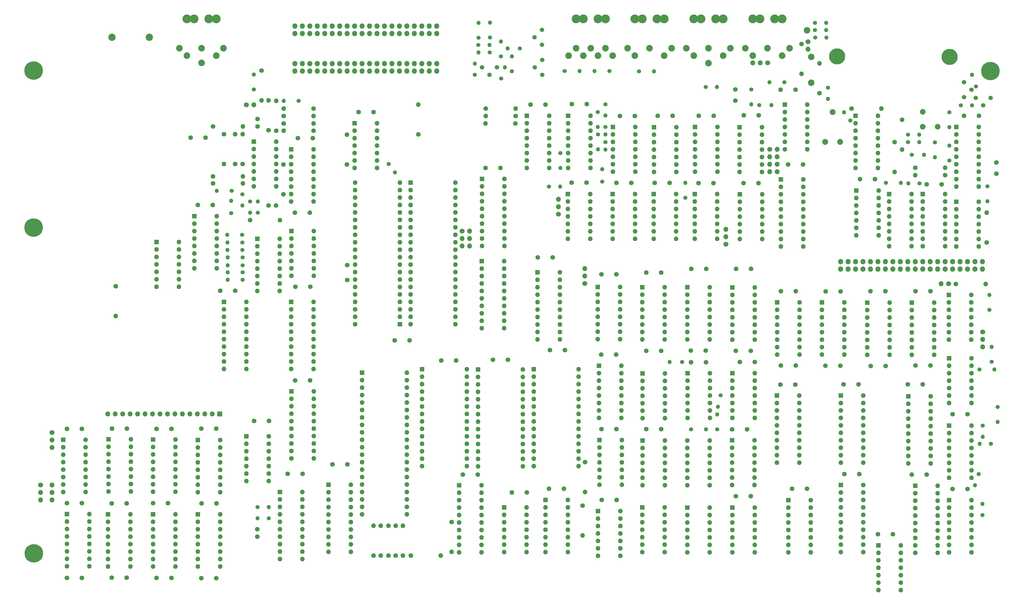
<source format=gbr>
%TF.GenerationSoftware,KiCad,Pcbnew,7.0.7*%
%TF.CreationDate,2023-11-21T20:32:33+00:00*%
%TF.ProjectId,lynx96,6c796e78-3936-42e6-9b69-6361645f7063,rev?*%
%TF.SameCoordinates,Original*%
%TF.FileFunction,Soldermask,Bot*%
%TF.FilePolarity,Negative*%
%FSLAX46Y46*%
G04 Gerber Fmt 4.6, Leading zero omitted, Abs format (unit mm)*
G04 Created by KiCad (PCBNEW 7.0.7) date 2023-11-21 20:32:33*
%MOMM*%
%LPD*%
G01*
G04 APERTURE LIST*
%ADD10R,1.600000X1.600000*%
%ADD11O,1.600000X1.600000*%
%ADD12C,1.400000*%
%ADD13O,1.400000X1.400000*%
%ADD14C,1.600000*%
%ADD15C,1.700000*%
%ADD16O,1.700000X1.700000*%
%ADD17O,1.800000X1.800000*%
%ADD18C,6.300000*%
%ADD19C,1.500000*%
%ADD20O,1.900000X1.900000*%
%ADD21C,1.900000*%
%ADD22R,1.700000X1.700000*%
%ADD23C,2.500000*%
%ADD24C,2.250000*%
%ADD25C,3.000000*%
%ADD26O,2.000000X2.000000*%
%ADD27C,2.200000*%
%ADD28C,5.500000*%
G04 APERTURE END LIST*
D10*
%TO.C,IC35*%
X268550000Y-125890000D03*
D11*
X268550000Y-128430000D03*
X268550000Y-130970000D03*
X268550000Y-133510000D03*
X268550000Y-136050000D03*
X268550000Y-138590000D03*
X268550000Y-141130000D03*
X268550000Y-143670000D03*
X276170000Y-143670000D03*
X276170000Y-141130000D03*
X276170000Y-138590000D03*
X276170000Y-136050000D03*
X276170000Y-133510000D03*
X276170000Y-130970000D03*
X276170000Y-128430000D03*
X276170000Y-125890000D03*
%TD*%
D12*
%TO.C,R10*%
X196230000Y-53450000D03*
D13*
X196230000Y-49640000D03*
%TD*%
D14*
%TO.C,D6*%
X210060000Y-70040000D03*
D11*
X199900000Y-70040000D03*
%TD*%
D10*
%TO.C,IC38*%
X314360000Y-131030000D03*
D11*
X314360000Y-133570000D03*
X314360000Y-136110000D03*
X314360000Y-138650000D03*
X314360000Y-141190000D03*
X314360000Y-143730000D03*
X314360000Y-146270000D03*
X314360000Y-148810000D03*
X321980000Y-148810000D03*
X321980000Y-146270000D03*
X321980000Y-143730000D03*
X321980000Y-141190000D03*
X321980000Y-138650000D03*
X321980000Y-136110000D03*
X321980000Y-133570000D03*
X321980000Y-131030000D03*
%TD*%
D14*
%TO.C,R35*%
X339050000Y-76450000D03*
D11*
X339050000Y-86610000D03*
%TD*%
D14*
%TO.C,R95*%
X107110000Y-71100000D03*
D11*
X117270000Y-71100000D03*
%TD*%
D15*
%TO.C,LS1*%
X118495000Y-63740000D03*
D16*
X121035000Y-63740000D03*
%TD*%
D17*
%TO.C,PL4*%
X320700000Y-119690000D03*
X320700000Y-117150000D03*
X323240000Y-119690000D03*
X323240000Y-117150000D03*
X325780000Y-119690000D03*
X325780000Y-117150000D03*
X328320000Y-119690000D03*
X328320000Y-117150000D03*
X330860000Y-119690000D03*
X330860000Y-117150000D03*
X333400000Y-119690000D03*
X333400000Y-117150000D03*
X335940000Y-119690000D03*
X335940000Y-117150000D03*
X338480000Y-119690000D03*
X338480000Y-117150000D03*
X341020000Y-119690000D03*
X341020000Y-117150000D03*
X343560000Y-119690000D03*
X343560000Y-117150000D03*
X346100000Y-119690000D03*
X346100000Y-117150000D03*
X348640000Y-119690000D03*
X348640000Y-117150000D03*
X351180000Y-119690000D03*
X351180000Y-117150000D03*
X353720000Y-119690000D03*
X353720000Y-117150000D03*
X356260000Y-119690000D03*
X356260000Y-117150000D03*
X358800000Y-119690000D03*
X358800000Y-117150000D03*
X361340000Y-119690000D03*
X361340000Y-117150000D03*
X363880000Y-119690000D03*
X363880000Y-117150000D03*
X366420000Y-119690000D03*
X366420000Y-117150000D03*
X368960000Y-119690000D03*
X368960000Y-117150000D03*
%TD*%
D10*
%TO.C,IC31*%
X198610000Y-116960000D03*
D11*
X198610000Y-119500000D03*
X198610000Y-122040000D03*
X198610000Y-124580000D03*
X198610000Y-127120000D03*
X198610000Y-129660000D03*
X198610000Y-132200000D03*
X198610000Y-134740000D03*
X198610000Y-137280000D03*
X198610000Y-139820000D03*
X206230000Y-139820000D03*
X206230000Y-137280000D03*
X206230000Y-134740000D03*
X206230000Y-132200000D03*
X206230000Y-129660000D03*
X206230000Y-127120000D03*
X206230000Y-124580000D03*
X206230000Y-122040000D03*
X206230000Y-119500000D03*
X206230000Y-116960000D03*
%TD*%
D14*
%TO.C,R16*%
X210070000Y-67520000D03*
D11*
X199910000Y-67520000D03*
%TD*%
D15*
%TO.C,LK10*%
X309590000Y-42215000D03*
D16*
X309590000Y-44755000D03*
%TD*%
D10*
%TO.C,IC20*%
X243110000Y-94138507D03*
D11*
X243110000Y-96678507D03*
X243110000Y-99218507D03*
X243110000Y-101758507D03*
X243110000Y-104298507D03*
X243110000Y-106838507D03*
X243110000Y-109378507D03*
X250730000Y-109378507D03*
X250730000Y-106838507D03*
X250730000Y-104298507D03*
X250730000Y-101758507D03*
X250730000Y-99218507D03*
X250730000Y-96678507D03*
X250730000Y-94138507D03*
%TD*%
D14*
%TO.C,A15*%
X244310000Y-148790000D03*
X239230000Y-148790000D03*
%TD*%
%TO.C,A25*%
X274890000Y-151400000D03*
X269810000Y-151400000D03*
%TD*%
D12*
%TO.C,R30*%
X343630000Y-73860000D03*
D13*
X347440000Y-73860000D03*
%TD*%
D14*
%TO.C,R7*%
X152700000Y-84000000D03*
D11*
X152700000Y-73840000D03*
%TD*%
D12*
%TO.C,R42*%
X117150000Y-94210000D03*
D13*
X117150000Y-98020000D03*
%TD*%
D10*
%TO.C,IC68*%
X129920000Y-195620000D03*
D11*
X129920000Y-198160000D03*
X129920000Y-200700000D03*
X129920000Y-203240000D03*
X129920000Y-205780000D03*
X129920000Y-208320000D03*
X129920000Y-210860000D03*
X129920000Y-213400000D03*
X129920000Y-215940000D03*
X129920000Y-218480000D03*
X137540000Y-218480000D03*
X137540000Y-215940000D03*
X137540000Y-213400000D03*
X137540000Y-210860000D03*
X137540000Y-208320000D03*
X137540000Y-205780000D03*
X137540000Y-203240000D03*
X137540000Y-200700000D03*
X137540000Y-198160000D03*
X137540000Y-195620000D03*
%TD*%
D14*
%TO.C,XTL2*%
X367750000Y-67480000D03*
X362670000Y-67480000D03*
%TD*%
%TO.C,A76*%
X72780000Y-174040000D03*
X77860000Y-174040000D03*
%TD*%
D12*
%TO.C,R18*%
X240670000Y-71210000D03*
D13*
X240670000Y-73750000D03*
%TD*%
D12*
%TO.C,C19*%
X374100000Y-166705000D03*
D13*
X374100000Y-171785000D03*
%TD*%
D10*
%TO.C,IC49*%
X253260000Y-155198507D03*
D11*
X253260000Y-157738507D03*
X253260000Y-160278507D03*
X253260000Y-162818507D03*
X253260000Y-165358507D03*
X253260000Y-167898507D03*
X253260000Y-170438507D03*
X260880000Y-170438507D03*
X260880000Y-167898507D03*
X260880000Y-165358507D03*
X260880000Y-162818507D03*
X260880000Y-160278507D03*
X260880000Y-157738507D03*
X260880000Y-155198507D03*
%TD*%
D18*
%TO.C,H2*%
X46120000Y-105540000D03*
%TD*%
D14*
%TO.C,A36*%
X140270000Y-125690000D03*
X135190000Y-125690000D03*
%TD*%
D10*
%TO.C,IC61*%
X86710000Y-177760000D03*
D11*
X86710000Y-180300000D03*
X86710000Y-182840000D03*
X86710000Y-185380000D03*
X86710000Y-187920000D03*
X86710000Y-190460000D03*
X86710000Y-193000000D03*
X86710000Y-195540000D03*
X94330000Y-195540000D03*
X94330000Y-193000000D03*
X94330000Y-190460000D03*
X94330000Y-187920000D03*
X94330000Y-185380000D03*
X94330000Y-182840000D03*
X94330000Y-180300000D03*
X94330000Y-177760000D03*
%TD*%
D15*
%TO.C,LK1*%
X52330000Y-175350000D03*
D16*
X52330000Y-177890000D03*
X52330000Y-180430000D03*
%TD*%
D10*
%TO.C,IC51*%
X268570000Y-155128507D03*
D11*
X268570000Y-157668507D03*
X268570000Y-160208507D03*
X268570000Y-162748507D03*
X268570000Y-165288507D03*
X268570000Y-167828507D03*
X268570000Y-170368507D03*
X276190000Y-170368507D03*
X276190000Y-167828507D03*
X276190000Y-165288507D03*
X276190000Y-162748507D03*
X276190000Y-160208507D03*
X276190000Y-157668507D03*
X276190000Y-155128507D03*
%TD*%
D10*
%TO.C,IC15*%
X133800000Y-106760000D03*
D11*
X133800000Y-109300000D03*
X133800000Y-111840000D03*
X133800000Y-114380000D03*
X133800000Y-116920000D03*
X133800000Y-119460000D03*
X133800000Y-122000000D03*
X141420000Y-122000000D03*
X141420000Y-119460000D03*
X141420000Y-116920000D03*
X141420000Y-114380000D03*
X141420000Y-111840000D03*
X141420000Y-109300000D03*
X141420000Y-106760000D03*
%TD*%
D14*
%TO.C,R66*%
X166800000Y-217260000D03*
D11*
X166800000Y-207100000D03*
%TD*%
D12*
%TO.C,R41*%
X113350000Y-100625000D03*
D13*
X113350000Y-96425000D03*
%TD*%
D15*
%TO.C,LK11*%
X295875000Y-49440000D03*
D16*
X293335000Y-49440000D03*
X290795000Y-49440000D03*
%TD*%
D15*
%TO.C,LK5*%
X233670000Y-124565000D03*
D16*
X233670000Y-122025000D03*
X233670000Y-119485000D03*
%TD*%
D10*
%TO.C,IC19*%
X227880000Y-94148507D03*
D11*
X227880000Y-96688507D03*
X227880000Y-99228507D03*
X227880000Y-101768507D03*
X227880000Y-104308507D03*
X227880000Y-106848507D03*
X227880000Y-109388507D03*
X235500000Y-109388507D03*
X235500000Y-106848507D03*
X235500000Y-104308507D03*
X235500000Y-101768507D03*
X235500000Y-99228507D03*
X235500000Y-96688507D03*
X235500000Y-94148507D03*
%TD*%
D15*
%TO.C,LK9*%
X369020000Y-141105000D03*
D16*
X369020000Y-143645000D03*
X369020000Y-146185000D03*
%TD*%
D14*
%TO.C,C15*%
X122260000Y-208340000D03*
X122260000Y-210880000D03*
%TD*%
D10*
%TO.C,IC74*%
X253230000Y-200890000D03*
D11*
X253230000Y-203430000D03*
X253230000Y-205970000D03*
X253230000Y-208510000D03*
X253230000Y-211050000D03*
X253230000Y-213590000D03*
X253230000Y-216130000D03*
X260850000Y-216130000D03*
X260850000Y-213590000D03*
X260850000Y-211050000D03*
X260850000Y-208510000D03*
X260850000Y-205970000D03*
X260850000Y-203430000D03*
X260850000Y-200890000D03*
%TD*%
D12*
%TO.C,R11*%
X201350000Y-40805000D03*
D13*
X201350000Y-35725000D03*
%TD*%
D10*
%TO.C,IC23*%
X286400000Y-94188507D03*
D11*
X286400000Y-96728507D03*
X286400000Y-99268507D03*
X286400000Y-101808507D03*
X286400000Y-104348507D03*
X286400000Y-106888507D03*
X286400000Y-109428507D03*
X294020000Y-109428507D03*
X294020000Y-106888507D03*
X294020000Y-104348507D03*
X294020000Y-101808507D03*
X294020000Y-99268507D03*
X294020000Y-96728507D03*
X294020000Y-94188507D03*
%TD*%
D10*
%TO.C,IC52*%
X283810000Y-155128507D03*
D11*
X283810000Y-157668507D03*
X283810000Y-160208507D03*
X283810000Y-162748507D03*
X283810000Y-165288507D03*
X283810000Y-167828507D03*
X283810000Y-170368507D03*
X291430000Y-170368507D03*
X291430000Y-167828507D03*
X291430000Y-165288507D03*
X291430000Y-162748507D03*
X291430000Y-160208507D03*
X291430000Y-157668507D03*
X291430000Y-155128507D03*
%TD*%
D15*
%TO.C,LK8*%
X357445000Y-124690000D03*
D16*
X354905000Y-124690000D03*
%TD*%
D15*
%TO.C,LK4*%
X224670000Y-100935000D03*
D16*
X224670000Y-98395000D03*
X224670000Y-95855000D03*
%TD*%
D10*
%TO.C,IC64*%
X57420000Y-203200000D03*
D11*
X57420000Y-205740000D03*
X57420000Y-208280000D03*
X57420000Y-210820000D03*
X57420000Y-213360000D03*
X57420000Y-215900000D03*
X57420000Y-218440000D03*
X57420000Y-220980000D03*
X65040000Y-220980000D03*
X65040000Y-218440000D03*
X65040000Y-215900000D03*
X65040000Y-213360000D03*
X65040000Y-210820000D03*
X65040000Y-208280000D03*
X65040000Y-205740000D03*
X65040000Y-203200000D03*
%TD*%
D12*
%TO.C,XTL1*%
X252120000Y-52320000D03*
D13*
X257200000Y-52320000D03*
%TD*%
D10*
%TO.C,IC67*%
X101950000Y-203260000D03*
D11*
X101950000Y-205800000D03*
X101950000Y-208340000D03*
X101950000Y-210880000D03*
X101950000Y-213420000D03*
X101950000Y-215960000D03*
X101950000Y-218500000D03*
X101950000Y-221040000D03*
X109570000Y-221040000D03*
X109570000Y-218500000D03*
X109570000Y-215960000D03*
X109570000Y-213420000D03*
X109570000Y-210880000D03*
X109570000Y-208340000D03*
X109570000Y-205800000D03*
X109570000Y-203260000D03*
%TD*%
D14*
%TO.C,A86*%
X62540000Y-224900000D03*
X57460000Y-224900000D03*
%TD*%
D10*
%TO.C,IC66*%
X86740000Y-203230000D03*
D11*
X86740000Y-205770000D03*
X86740000Y-208310000D03*
X86740000Y-210850000D03*
X86740000Y-213390000D03*
X86740000Y-215930000D03*
X86740000Y-218470000D03*
X86740000Y-221010000D03*
X94360000Y-221010000D03*
X94360000Y-218470000D03*
X94360000Y-215930000D03*
X94360000Y-213390000D03*
X94360000Y-210850000D03*
X94360000Y-208310000D03*
X94360000Y-205770000D03*
X94360000Y-203230000D03*
%TD*%
D14*
%TO.C,A31*%
X107080000Y-97810000D03*
X102000000Y-97810000D03*
%TD*%
%TO.C,A91*%
X207450000Y-150550000D03*
X202370000Y-150550000D03*
%TD*%
%TO.C,A94*%
X305340000Y-58550000D03*
X300260000Y-58550000D03*
%TD*%
D12*
%TO.C,C7*%
X238050000Y-66135000D03*
D13*
X238050000Y-71215000D03*
%TD*%
D12*
%TO.C,C23*%
X121030000Y-58485000D03*
D13*
X121030000Y-53405000D03*
%TD*%
D12*
%TO.C,R48*%
X117185000Y-115680000D03*
D13*
X112105000Y-115680000D03*
%TD*%
D10*
%TO.C,IC10*%
X301680000Y-63670000D03*
D11*
X301680000Y-66210000D03*
X301680000Y-68750000D03*
X301680000Y-71290000D03*
X301680000Y-73830000D03*
X301680000Y-76370000D03*
X301680000Y-78910000D03*
X309300000Y-78910000D03*
X309300000Y-76370000D03*
X309300000Y-73830000D03*
X309300000Y-71290000D03*
X309300000Y-68750000D03*
X309300000Y-66210000D03*
X309300000Y-63670000D03*
%TD*%
D14*
%TO.C,A84*%
X152880000Y-186200000D03*
X147800000Y-186200000D03*
%TD*%
D12*
%TO.C,C17*%
X357640000Y-82665000D03*
D13*
X357640000Y-77585000D03*
%TD*%
D10*
%TO.C,IC55*%
X320730000Y-162800000D03*
D11*
X320730000Y-165340000D03*
X320730000Y-167880000D03*
X320730000Y-170420000D03*
X320730000Y-172960000D03*
X320730000Y-175500000D03*
X320730000Y-178040000D03*
X320730000Y-180580000D03*
X320730000Y-183120000D03*
X320730000Y-185660000D03*
X328350000Y-185660000D03*
X328350000Y-183120000D03*
X328350000Y-180580000D03*
X328350000Y-178040000D03*
X328350000Y-175500000D03*
X328350000Y-172960000D03*
X328350000Y-170420000D03*
X328350000Y-167880000D03*
X328350000Y-165340000D03*
X328350000Y-162800000D03*
%TD*%
D14*
%TO.C,A16*%
X244370000Y-174200000D03*
X239290000Y-174200000D03*
%TD*%
%TO.C,A33*%
X307900000Y-84050000D03*
X302820000Y-84050000D03*
%TD*%
%TO.C,R67*%
X169270000Y-217260000D03*
D11*
X169270000Y-207100000D03*
%TD*%
D14*
%TO.C,A4*%
X291480000Y-151310000D03*
X286400000Y-151310000D03*
%TD*%
D12*
%TO.C,R31*%
X343590000Y-76440000D03*
D13*
X347400000Y-76440000D03*
%TD*%
D12*
%TO.C,R72*%
X368950000Y-203510000D03*
D13*
X368950000Y-199700000D03*
%TD*%
D10*
%TO.C,IC65*%
X71430000Y-203260000D03*
D11*
X71430000Y-205800000D03*
X71430000Y-208340000D03*
X71430000Y-210880000D03*
X71430000Y-213420000D03*
X71430000Y-215960000D03*
X71430000Y-218500000D03*
X71430000Y-221040000D03*
X79050000Y-221040000D03*
X79050000Y-218500000D03*
X79050000Y-215960000D03*
X79050000Y-213420000D03*
X79050000Y-210880000D03*
X79050000Y-208340000D03*
X79050000Y-205800000D03*
X79050000Y-203260000D03*
%TD*%
D12*
%TO.C,R19*%
X240630000Y-76410000D03*
D13*
X240630000Y-78950000D03*
%TD*%
D14*
%TO.C,A34*%
X277470000Y-67410000D03*
X272390000Y-67410000D03*
%TD*%
D10*
%TO.C,IC4*%
X213930000Y-67458583D03*
D11*
X213930000Y-69998583D03*
X213930000Y-72538583D03*
X213930000Y-75078583D03*
X213930000Y-77618583D03*
X213930000Y-80158583D03*
X213930000Y-82698583D03*
X213930000Y-85238583D03*
X221550000Y-85238583D03*
X221550000Y-82698583D03*
X221550000Y-80158583D03*
X221550000Y-77618583D03*
X221550000Y-75078583D03*
X221550000Y-72538583D03*
X221550000Y-69998583D03*
X221550000Y-67458583D03*
%TD*%
D14*
%TO.C,C12*%
X373697172Y-87140000D03*
X373697172Y-83330000D03*
%TD*%
D10*
%TO.C,IC76*%
X283850000Y-200938507D03*
D11*
X283850000Y-203478507D03*
X283850000Y-206018507D03*
X283850000Y-208558507D03*
X283850000Y-211098507D03*
X283850000Y-213638507D03*
X283850000Y-216178507D03*
X291470000Y-216178507D03*
X291470000Y-213638507D03*
X291470000Y-211098507D03*
X291470000Y-208558507D03*
X291470000Y-206018507D03*
X291470000Y-203478507D03*
X291470000Y-200938507D03*
%TD*%
D12*
%TO.C,R39*%
X361590000Y-63850000D03*
D13*
X365400000Y-63850000D03*
%TD*%
D14*
%TO.C,R5*%
X131100000Y-84050000D03*
D11*
X131100000Y-94210000D03*
%TD*%
D10*
%TO.C,IC73*%
X238110000Y-202138507D03*
D11*
X238110000Y-204678507D03*
X238110000Y-207218507D03*
X238110000Y-209758507D03*
X238110000Y-212298507D03*
X238110000Y-214838507D03*
X238110000Y-217378507D03*
X245730000Y-217378507D03*
X245730000Y-214838507D03*
X245730000Y-212298507D03*
X245730000Y-209758507D03*
X245730000Y-207218507D03*
X245730000Y-204678507D03*
X245730000Y-202138507D03*
%TD*%
D14*
%TO.C,R32*%
X341620000Y-68770000D03*
D11*
X341620000Y-78930000D03*
%TD*%
D10*
%TO.C,IC32*%
X217580000Y-120760000D03*
D11*
X217580000Y-123300000D03*
X217580000Y-125840000D03*
X217580000Y-128380000D03*
X217580000Y-130920000D03*
X217580000Y-133460000D03*
X217580000Y-136000000D03*
X217580000Y-138540000D03*
X217580000Y-141080000D03*
X217580000Y-143620000D03*
X225200000Y-143620000D03*
X225200000Y-141080000D03*
X225200000Y-138540000D03*
X225200000Y-136000000D03*
X225200000Y-133460000D03*
X225200000Y-130920000D03*
X225200000Y-128380000D03*
X225200000Y-125840000D03*
X225200000Y-123300000D03*
X225200000Y-120760000D03*
%TD*%
D10*
%TO.C,IC9*%
X286290000Y-71310000D03*
D11*
X286290000Y-73850000D03*
X286290000Y-76390000D03*
X286290000Y-78930000D03*
X286290000Y-81470000D03*
X286290000Y-84010000D03*
X286290000Y-86550000D03*
X293910000Y-86550000D03*
X293910000Y-84010000D03*
X293910000Y-81470000D03*
X293910000Y-78930000D03*
X293910000Y-76390000D03*
X293910000Y-73850000D03*
X293910000Y-71310000D03*
%TD*%
D14*
%TO.C,R87*%
X232880000Y-200290000D03*
D11*
X232880000Y-210450000D03*
%TD*%
D14*
%TO.C,A87*%
X93020000Y-224950000D03*
X87940000Y-224950000D03*
%TD*%
D12*
%TO.C,R57*%
X279855000Y-162725000D03*
D13*
X278905000Y-166605000D03*
%TD*%
D12*
%TO.C,R20*%
X274790000Y-57590000D03*
D13*
X278600000Y-57590000D03*
%TD*%
D14*
%TO.C,D2*%
X131170000Y-67520000D03*
D11*
X141330000Y-67520000D03*
%TD*%
D14*
%TO.C,D3*%
X131170000Y-70080000D03*
D11*
X141330000Y-70080000D03*
%TD*%
D14*
%TO.C,A3*%
X363850000Y-169130000D03*
X358770000Y-169130000D03*
%TD*%
D12*
%TO.C,R21*%
X292965000Y-63800000D03*
D13*
X297165000Y-63800000D03*
%TD*%
D12*
%TO.C,R62*%
X371820000Y-179220000D03*
D13*
X368010000Y-179220000D03*
%TD*%
D10*
%TO.C,IC33*%
X238050000Y-125810000D03*
D11*
X238050000Y-128350000D03*
X238050000Y-130890000D03*
X238050000Y-133430000D03*
X238050000Y-135970000D03*
X238050000Y-138510000D03*
X238050000Y-141050000D03*
X238050000Y-143590000D03*
X245670000Y-143590000D03*
X245670000Y-141050000D03*
X245670000Y-138510000D03*
X245670000Y-135970000D03*
X245670000Y-133430000D03*
X245670000Y-130890000D03*
X245670000Y-128350000D03*
X245670000Y-125810000D03*
%TD*%
D14*
%TO.C,R4*%
X128620000Y-72540000D03*
D11*
X128620000Y-62380000D03*
%TD*%
D15*
%TO.C,LK7*%
X296560000Y-78890000D03*
D16*
X299100000Y-78890000D03*
X296560000Y-81430000D03*
X299100000Y-81430000D03*
X296560000Y-83970000D03*
X299100000Y-83970000D03*
X296560000Y-86510000D03*
X299100000Y-86510000D03*
%TD*%
D12*
%TO.C,R52*%
X221420000Y-91560000D03*
D13*
X225230000Y-91560000D03*
%TD*%
D10*
%TO.C,IC8*%
X271150000Y-71268507D03*
D11*
X271150000Y-73808507D03*
X271150000Y-76348507D03*
X271150000Y-78888507D03*
X271150000Y-81428507D03*
X271150000Y-83968507D03*
X271150000Y-86508507D03*
X278770000Y-86508507D03*
X278770000Y-83968507D03*
X278770000Y-81428507D03*
X278770000Y-78888507D03*
X278770000Y-76348507D03*
X278770000Y-73808507D03*
X278770000Y-71268507D03*
%TD*%
D14*
%TO.C,A6*%
X326770000Y-158940000D03*
X321690000Y-158940000D03*
%TD*%
%TO.C,R84*%
X141330000Y-72550000D03*
D11*
X131170000Y-72550000D03*
%TD*%
D10*
%TO.C,IC16*%
X170740000Y-138510000D03*
D11*
X170740000Y-135970000D03*
X170740000Y-133430000D03*
X170740000Y-130890000D03*
X170740000Y-128350000D03*
X170740000Y-125810000D03*
X170740000Y-123270000D03*
X170740000Y-120730000D03*
X170740000Y-118190000D03*
X170740000Y-115650000D03*
X170740000Y-113110000D03*
X170740000Y-110570000D03*
X170740000Y-108030000D03*
X170740000Y-105490000D03*
X170740000Y-102950000D03*
X170740000Y-100410000D03*
X170740000Y-97870000D03*
X170740000Y-95330000D03*
X170740000Y-92790000D03*
X170740000Y-90250000D03*
X155500000Y-90250000D03*
X155500000Y-92790000D03*
X155500000Y-95330000D03*
X155500000Y-97870000D03*
X155500000Y-100410000D03*
X155500000Y-102950000D03*
X155500000Y-105490000D03*
X155500000Y-108030000D03*
X155500000Y-110570000D03*
X155500000Y-113110000D03*
X155500000Y-115650000D03*
X155500000Y-118190000D03*
X155500000Y-120730000D03*
X155500000Y-123270000D03*
X155500000Y-125810000D03*
X155500000Y-128350000D03*
X155500000Y-130890000D03*
X155500000Y-133430000D03*
X155500000Y-135970000D03*
X155500000Y-138510000D03*
%TD*%
D14*
%TO.C,A18*%
X197230000Y-189720000D03*
X192150000Y-189720000D03*
%TD*%
%TO.C,A72*%
X72690000Y-199480000D03*
X77770000Y-199480000D03*
%TD*%
D12*
%TO.C,C16*%
X352770000Y-76535000D03*
D13*
X352770000Y-81615000D03*
%TD*%
D14*
%TO.C,A1*%
X141140000Y-75060000D03*
X136060000Y-75060000D03*
%TD*%
D19*
%TO.C,TR1*%
X203760000Y-50950000D03*
X201220000Y-53490000D03*
X198680000Y-50950000D03*
%TD*%
D10*
%TO.C,IC82*%
X87950000Y-110460000D03*
D11*
X87950000Y-113000000D03*
X87950000Y-115540000D03*
X87950000Y-118080000D03*
X87950000Y-120620000D03*
X87950000Y-123160000D03*
X87950000Y-125700000D03*
X95570000Y-125700000D03*
X95570000Y-123160000D03*
X95570000Y-120620000D03*
X95570000Y-118080000D03*
X95570000Y-115540000D03*
X95570000Y-113000000D03*
X95570000Y-110460000D03*
%TD*%
D12*
%TO.C,R27*%
X316330000Y-57830000D03*
D13*
X316330000Y-61640000D03*
%TD*%
D14*
%TO.C,R93*%
X107190000Y-90460000D03*
D11*
X117350000Y-90460000D03*
%TD*%
D14*
%TO.C,A17*%
X355030000Y-90840000D03*
X349950000Y-90840000D03*
%TD*%
%TO.C,R94*%
X107190000Y-88080000D03*
D11*
X117350000Y-88080000D03*
%TD*%
D10*
%TO.C,IC25*%
X326000000Y-92888507D03*
D11*
X326000000Y-95428507D03*
X326000000Y-97968507D03*
X326000000Y-100508507D03*
X326000000Y-103048507D03*
X326000000Y-105588507D03*
X326000000Y-108128507D03*
X333620000Y-108128507D03*
X333620000Y-105588507D03*
X333620000Y-103048507D03*
X333620000Y-100508507D03*
X333620000Y-97968507D03*
X333620000Y-95428507D03*
X333620000Y-92888507D03*
%TD*%
D12*
%TO.C,R12*%
X205175000Y-54705000D03*
D13*
X206435000Y-50905000D03*
%TD*%
D12*
%TO.C,C24*%
X113535000Y-93050000D03*
D13*
X108455000Y-93050000D03*
%TD*%
D14*
%TO.C,A59*%
X285050000Y-147540000D03*
X290130000Y-147540000D03*
%TD*%
D20*
%TO.C,VC1*%
X353667500Y-71167500D03*
X348587500Y-71167500D03*
D21*
X348587500Y-66087500D03*
%TD*%
D14*
%TO.C,A24*%
X288870000Y-174250000D03*
X283790000Y-174250000D03*
%TD*%
D22*
%TO.C,PL1*%
X109450000Y-169080000D03*
D16*
X106910000Y-169080000D03*
X104370000Y-169080000D03*
X101830000Y-169080000D03*
X99290000Y-169080000D03*
X96750000Y-169080000D03*
X94210000Y-169080000D03*
X91670000Y-169080000D03*
X89130000Y-169080000D03*
X86590000Y-169080000D03*
X84050000Y-169080000D03*
X81510000Y-169080000D03*
X78970000Y-169080000D03*
X76430000Y-169080000D03*
X73890000Y-169080000D03*
X71350000Y-169080000D03*
%TD*%
D10*
%TO.C,IC3*%
X155360000Y-69968507D03*
D11*
X155360000Y-72508507D03*
X155360000Y-75048507D03*
X155360000Y-77588507D03*
X155360000Y-80128507D03*
X155360000Y-82668507D03*
X155360000Y-85208507D03*
X162980000Y-85208507D03*
X162980000Y-82668507D03*
X162980000Y-80128507D03*
X162980000Y-77588507D03*
X162980000Y-75048507D03*
X162980000Y-72508507D03*
X162980000Y-69968507D03*
%TD*%
D10*
%TO.C,IC48*%
X238640000Y-177938507D03*
D11*
X238640000Y-180478507D03*
X238640000Y-183018507D03*
X238640000Y-185558507D03*
X238640000Y-188098507D03*
X238640000Y-190638507D03*
X238640000Y-193178507D03*
X246260000Y-193178507D03*
X246260000Y-190638507D03*
X246260000Y-188098507D03*
X246260000Y-185558507D03*
X246260000Y-183018507D03*
X246260000Y-180478507D03*
X246260000Y-177938507D03*
%TD*%
D14*
%TO.C,A8*%
X348630000Y-158980000D03*
X343550000Y-158980000D03*
%TD*%
D15*
%TO.C,LK3*%
X191930000Y-106730000D03*
D16*
X191930000Y-109270000D03*
X191930000Y-111810000D03*
X194470000Y-106730000D03*
X194470000Y-109270000D03*
X194470000Y-111810000D03*
%TD*%
D14*
%TO.C,A79*%
X330920000Y-152690000D03*
X336000000Y-152690000D03*
%TD*%
%TO.C,A56*%
X239290000Y-121440000D03*
X244370000Y-121440000D03*
%TD*%
%TO.C,A77*%
X87910000Y-174120000D03*
X92990000Y-174120000D03*
%TD*%
D10*
%TO.C,IC62*%
X101980000Y-177960000D03*
D11*
X101980000Y-180500000D03*
X101980000Y-183040000D03*
X101980000Y-185580000D03*
X101980000Y-188120000D03*
X101980000Y-190660000D03*
X101980000Y-193200000D03*
X101980000Y-195740000D03*
X109600000Y-195740000D03*
X109600000Y-193200000D03*
X109600000Y-190660000D03*
X109600000Y-188120000D03*
X109600000Y-185580000D03*
X109600000Y-183040000D03*
X109600000Y-180500000D03*
X109600000Y-177960000D03*
%TD*%
D23*
%TO.C,D8*%
X72755000Y-40650000D03*
X85505000Y-40650000D03*
%TD*%
D12*
%TO.C,R9*%
X197510000Y-40815000D03*
D13*
X197510000Y-35735000D03*
%TD*%
D14*
%TO.C,A83*%
X137590000Y-189450000D03*
X132510000Y-189450000D03*
%TD*%
%TO.C,IC99*%
X268520000Y-178070000D03*
D11*
X268520000Y-180610000D03*
X268520000Y-183150000D03*
X268520000Y-185690000D03*
X268520000Y-188230000D03*
X268520000Y-190770000D03*
X268520000Y-193310000D03*
X276140000Y-193310000D03*
X276140000Y-190770000D03*
X276140000Y-188230000D03*
X276140000Y-185690000D03*
X276140000Y-183150000D03*
X276140000Y-180610000D03*
X276140000Y-178070000D03*
%TD*%
D12*
%TO.C,R25*%
X311970000Y-38190000D03*
D13*
X315780000Y-38190000D03*
%TD*%
D18*
%TO.C,H3*%
X46180000Y-216570000D03*
%TD*%
D12*
%TO.C,D4*%
X197420000Y-43280000D03*
D13*
X201230000Y-43280000D03*
%TD*%
D10*
%TO.C,IC7*%
X257170000Y-71308507D03*
D11*
X257170000Y-73848507D03*
X257170000Y-76388507D03*
X257170000Y-78928507D03*
X257170000Y-81468507D03*
X257170000Y-84008507D03*
X257170000Y-86548507D03*
X264790000Y-86548507D03*
X264790000Y-84008507D03*
X264790000Y-81468507D03*
X264790000Y-78928507D03*
X264790000Y-76388507D03*
X264790000Y-73848507D03*
X264790000Y-71308507D03*
%TD*%
D10*
%TO.C,IC78*%
X320750000Y-193267319D03*
D11*
X320750000Y-195807319D03*
X320750000Y-198347319D03*
X320750000Y-200887319D03*
X320750000Y-203427319D03*
X320750000Y-205967319D03*
X320750000Y-208507319D03*
X320750000Y-211047319D03*
X320750000Y-213587319D03*
X320750000Y-216127319D03*
X328370000Y-216127319D03*
X328370000Y-213587319D03*
X328370000Y-211047319D03*
X328370000Y-208507319D03*
X328370000Y-205967319D03*
X328370000Y-203427319D03*
X328370000Y-200887319D03*
X328370000Y-198347319D03*
X328370000Y-195807319D03*
X328370000Y-193267319D03*
%TD*%
D10*
%TO.C,IC11*%
X325760000Y-67420000D03*
D11*
X325760000Y-69960000D03*
X325760000Y-72500000D03*
X325760000Y-75040000D03*
X325760000Y-77580000D03*
X325760000Y-80120000D03*
X325760000Y-82660000D03*
X325760000Y-85200000D03*
X333380000Y-85200000D03*
X333380000Y-82660000D03*
X333380000Y-80120000D03*
X333380000Y-77580000D03*
X333380000Y-75040000D03*
X333380000Y-72500000D03*
X333380000Y-69960000D03*
X333380000Y-67420000D03*
%TD*%
D14*
%TO.C,R64*%
X161790000Y-217260000D03*
D11*
X161790000Y-207100000D03*
%TD*%
D10*
%TO.C,IC41*%
X357530000Y-128468507D03*
D11*
X357530000Y-131008507D03*
X357530000Y-133548507D03*
X357530000Y-136088507D03*
X357530000Y-138628507D03*
X357530000Y-141168507D03*
X357530000Y-143708507D03*
X365150000Y-143708507D03*
X365150000Y-141168507D03*
X365150000Y-138628507D03*
X365150000Y-136088507D03*
X365150000Y-133548507D03*
X365150000Y-131008507D03*
X365150000Y-128468507D03*
%TD*%
D10*
%TO.C,IC50*%
X253300000Y-178108507D03*
D11*
X253300000Y-180648507D03*
X253300000Y-183188507D03*
X253300000Y-185728507D03*
X253300000Y-188268507D03*
X253300000Y-190808507D03*
X253300000Y-193348507D03*
X260920000Y-193348507D03*
X260920000Y-190808507D03*
X260920000Y-188268507D03*
X260920000Y-185728507D03*
X260920000Y-183188507D03*
X260920000Y-180648507D03*
X260920000Y-178108507D03*
%TD*%
D10*
%TO.C,IC17*%
X174360000Y-90240000D03*
D11*
X174360000Y-92780000D03*
X174360000Y-95320000D03*
X174360000Y-97860000D03*
X174360000Y-100400000D03*
X174360000Y-102940000D03*
X174360000Y-105480000D03*
X174360000Y-108020000D03*
X174360000Y-110560000D03*
X174360000Y-113100000D03*
X174360000Y-115640000D03*
X174360000Y-118180000D03*
X174360000Y-120720000D03*
X174360000Y-123260000D03*
X174360000Y-125800000D03*
X174360000Y-128340000D03*
X174360000Y-130880000D03*
X174360000Y-133420000D03*
X174360000Y-135960000D03*
X174360000Y-138500000D03*
X189600000Y-138500000D03*
X189600000Y-135960000D03*
X189600000Y-133420000D03*
X189600000Y-130880000D03*
X189600000Y-128340000D03*
X189600000Y-125800000D03*
X189600000Y-123260000D03*
X189600000Y-120720000D03*
X189600000Y-118180000D03*
X189600000Y-115640000D03*
X189600000Y-113100000D03*
X189600000Y-110560000D03*
X189600000Y-108020000D03*
X189600000Y-105480000D03*
X189600000Y-102940000D03*
X189600000Y-100400000D03*
X189600000Y-97860000D03*
X189600000Y-95320000D03*
X189600000Y-92780000D03*
X189600000Y-90240000D03*
%TD*%
D14*
%TO.C,R38*%
X356220000Y-87670000D03*
D11*
X346060000Y-87670000D03*
%TD*%
D24*
%TO.C,SKT3*%
X248170000Y-44410000D03*
X255670000Y-44410000D03*
X263170000Y-44410000D03*
X250670000Y-46910000D03*
X260670000Y-46910000D03*
D25*
X250670000Y-34410000D03*
X253170000Y-34410000D03*
X258170000Y-34410000D03*
X260670000Y-34410000D03*
%TD*%
D10*
%TO.C,IC60*%
X71550000Y-177700000D03*
D11*
X71550000Y-180240000D03*
X71550000Y-182780000D03*
X71550000Y-185320000D03*
X71550000Y-187860000D03*
X71550000Y-190400000D03*
X71550000Y-192940000D03*
X71550000Y-195480000D03*
X79170000Y-195480000D03*
X79170000Y-192940000D03*
X79170000Y-190400000D03*
X79170000Y-187860000D03*
X79170000Y-185320000D03*
X79170000Y-182780000D03*
X79170000Y-180240000D03*
X79170000Y-177700000D03*
%TD*%
D14*
%TO.C,A22*%
X244460000Y-198340000D03*
X239380000Y-198340000D03*
%TD*%
D10*
%TO.C,IC42*%
X133780000Y-161350000D03*
D11*
X133780000Y-163890000D03*
X133780000Y-166430000D03*
X133780000Y-168970000D03*
X133780000Y-171510000D03*
X133780000Y-174050000D03*
X133780000Y-176590000D03*
X133780000Y-179130000D03*
X133780000Y-181670000D03*
X133780000Y-184210000D03*
X141400000Y-184210000D03*
X141400000Y-181670000D03*
X141400000Y-179130000D03*
X141400000Y-176590000D03*
X141400000Y-174050000D03*
X141400000Y-171510000D03*
X141400000Y-168970000D03*
X141400000Y-166430000D03*
X141400000Y-163890000D03*
X141400000Y-161350000D03*
%TD*%
D18*
%TO.C,H1*%
X46120000Y-52050000D03*
%TD*%
D10*
%TO.C,IC39*%
X329720000Y-131130000D03*
D11*
X329720000Y-133670000D03*
X329720000Y-136210000D03*
X329720000Y-138750000D03*
X329720000Y-141290000D03*
X329720000Y-143830000D03*
X329720000Y-146370000D03*
X329720000Y-148910000D03*
X337340000Y-148910000D03*
X337340000Y-146370000D03*
X337340000Y-143830000D03*
X337340000Y-141290000D03*
X337340000Y-138750000D03*
X337340000Y-136210000D03*
X337340000Y-133670000D03*
X337340000Y-131130000D03*
%TD*%
D10*
%TO.C,IC69*%
X146440000Y-193170000D03*
D11*
X146440000Y-195710000D03*
X146440000Y-198250000D03*
X146440000Y-200790000D03*
X146440000Y-203330000D03*
X146440000Y-205870000D03*
X146440000Y-208410000D03*
X146440000Y-210950000D03*
X146440000Y-213490000D03*
X146440000Y-216030000D03*
X154060000Y-216030000D03*
X154060000Y-213490000D03*
X154060000Y-210950000D03*
X154060000Y-208410000D03*
X154060000Y-205870000D03*
X154060000Y-203330000D03*
X154060000Y-200790000D03*
X154060000Y-198250000D03*
X154060000Y-195710000D03*
X154060000Y-193170000D03*
%TD*%
D14*
%TO.C,A26*%
X309260000Y-194550000D03*
X304180000Y-194550000D03*
%TD*%
D12*
%TO.C,C18*%
X357640000Y-66225000D03*
D13*
X357640000Y-71305000D03*
%TD*%
D10*
%TO.C,IC72*%
X220240000Y-198318583D03*
D11*
X220240000Y-200858583D03*
X220240000Y-203398583D03*
X220240000Y-205938583D03*
X220240000Y-208478583D03*
X220240000Y-211018583D03*
X220240000Y-213558583D03*
X220240000Y-216098583D03*
X227860000Y-216098583D03*
X227860000Y-213558583D03*
X227860000Y-211018583D03*
X227860000Y-208478583D03*
X227860000Y-205938583D03*
X227860000Y-203398583D03*
X227860000Y-200858583D03*
X227860000Y-198318583D03*
%TD*%
D14*
%TO.C,A37*%
X126190000Y-171420000D03*
X121110000Y-171420000D03*
%TD*%
D10*
%TO.C,IC26*%
X337180000Y-94088583D03*
D11*
X337180000Y-96628583D03*
X337180000Y-99168583D03*
X337180000Y-101708583D03*
X337180000Y-104248583D03*
X337180000Y-106788583D03*
X337180000Y-109328583D03*
X337180000Y-111868583D03*
X344800000Y-111868583D03*
X344800000Y-109328583D03*
X344800000Y-106788583D03*
X344800000Y-104248583D03*
X344800000Y-101708583D03*
X344800000Y-99168583D03*
X344800000Y-96628583D03*
X344800000Y-94088583D03*
%TD*%
D10*
%TO.C,IC54*%
X299040000Y-162800000D03*
D11*
X299040000Y-165340000D03*
X299040000Y-167880000D03*
X299040000Y-170420000D03*
X299040000Y-172960000D03*
X299040000Y-175500000D03*
X299040000Y-178040000D03*
X299040000Y-180580000D03*
X299040000Y-183120000D03*
X299040000Y-185660000D03*
X306660000Y-185660000D03*
X306660000Y-183120000D03*
X306660000Y-180580000D03*
X306660000Y-178040000D03*
X306660000Y-175500000D03*
X306660000Y-172960000D03*
X306660000Y-170420000D03*
X306660000Y-167880000D03*
X306660000Y-165340000D03*
X306660000Y-162800000D03*
%TD*%
D19*
%TO.C,TR5*%
X362652500Y-56040000D03*
X365192500Y-58580000D03*
X362652500Y-61120000D03*
%TD*%
D10*
%TO.C,IC80*%
X346110000Y-193520000D03*
D11*
X346110000Y-196060000D03*
X346110000Y-198600000D03*
X346110000Y-201140000D03*
X346110000Y-203680000D03*
X346110000Y-206220000D03*
X346110000Y-208760000D03*
X346110000Y-211300000D03*
X346110000Y-213840000D03*
X346110000Y-216380000D03*
X353730000Y-216380000D03*
X353730000Y-213840000D03*
X353730000Y-211300000D03*
X353730000Y-208760000D03*
X353730000Y-206220000D03*
X353730000Y-203680000D03*
X353730000Y-201140000D03*
X353730000Y-198600000D03*
X353730000Y-196060000D03*
X353730000Y-193520000D03*
%TD*%
D14*
%TO.C,A21*%
X213910000Y-195820000D03*
X208830000Y-195820000D03*
%TD*%
D10*
%TO.C,IC34*%
X253230000Y-125880000D03*
D11*
X253230000Y-128420000D03*
X253230000Y-130960000D03*
X253230000Y-133500000D03*
X253230000Y-136040000D03*
X253230000Y-138580000D03*
X253230000Y-141120000D03*
X253230000Y-143660000D03*
X260850000Y-143660000D03*
X260850000Y-141120000D03*
X260850000Y-138580000D03*
X260850000Y-136040000D03*
X260850000Y-133500000D03*
X260850000Y-130960000D03*
X260850000Y-128420000D03*
X260850000Y-125880000D03*
%TD*%
D14*
%TO.C,R6*%
X141330000Y-64950000D03*
D11*
X131170000Y-64950000D03*
%TD*%
D12*
%TO.C,D5*%
X201280000Y-45870000D03*
D13*
X197470000Y-45870000D03*
%TD*%
D10*
%TO.C,IC59*%
X56220000Y-177810000D03*
D11*
X56220000Y-180350000D03*
X56220000Y-182890000D03*
X56220000Y-185430000D03*
X56220000Y-187970000D03*
X56220000Y-190510000D03*
X56220000Y-193050000D03*
X56220000Y-195590000D03*
X63840000Y-195590000D03*
X63840000Y-193050000D03*
X63840000Y-190510000D03*
X63840000Y-187970000D03*
X63840000Y-185430000D03*
X63840000Y-182890000D03*
X63840000Y-180350000D03*
X63840000Y-177810000D03*
%TD*%
D10*
%TO.C,IC43*%
X157840000Y-155010000D03*
D11*
X157840000Y-157550000D03*
X157840000Y-160090000D03*
X157840000Y-162630000D03*
X157840000Y-165170000D03*
X157840000Y-167710000D03*
X157840000Y-170250000D03*
X157840000Y-172790000D03*
X157840000Y-175330000D03*
X157840000Y-177870000D03*
X157840000Y-180410000D03*
X157840000Y-182950000D03*
X157840000Y-185490000D03*
X157840000Y-188030000D03*
X157840000Y-190570000D03*
X157840000Y-193110000D03*
X157840000Y-195650000D03*
X157840000Y-198190000D03*
X157840000Y-200730000D03*
X157840000Y-203270000D03*
X173080000Y-203270000D03*
X173080000Y-200730000D03*
X173080000Y-198190000D03*
X173080000Y-195650000D03*
X173080000Y-193110000D03*
X173080000Y-190570000D03*
X173080000Y-188030000D03*
X173080000Y-185490000D03*
X173080000Y-182950000D03*
X173080000Y-180410000D03*
X173080000Y-177870000D03*
X173080000Y-175330000D03*
X173080000Y-172790000D03*
X173080000Y-170250000D03*
X173080000Y-167710000D03*
X173080000Y-165170000D03*
X173080000Y-162630000D03*
X173080000Y-160090000D03*
X173080000Y-157550000D03*
X173080000Y-155010000D03*
%TD*%
D12*
%TO.C,R50*%
X117185000Y-120780000D03*
D13*
X112105000Y-120780000D03*
%TD*%
D10*
%TO.C,IC27*%
X348650000Y-94130000D03*
D11*
X348650000Y-96670000D03*
X348650000Y-99210000D03*
X348650000Y-101750000D03*
X348650000Y-104290000D03*
X348650000Y-106830000D03*
X348650000Y-109370000D03*
X348650000Y-111910000D03*
X356270000Y-111910000D03*
X356270000Y-109370000D03*
X356270000Y-106830000D03*
X356270000Y-104290000D03*
X356270000Y-101750000D03*
X356270000Y-99210000D03*
X356270000Y-96670000D03*
X356270000Y-94130000D03*
%TD*%
D14*
%TO.C,A78*%
X103210000Y-174070000D03*
X108290000Y-174070000D03*
%TD*%
D10*
%TO.C,IC77*%
X302880000Y-198380000D03*
D11*
X302880000Y-200920000D03*
X302880000Y-203460000D03*
X302880000Y-206000000D03*
X302880000Y-208540000D03*
X302880000Y-211080000D03*
X302880000Y-213620000D03*
X302880000Y-216160000D03*
X310500000Y-216160000D03*
X310500000Y-213620000D03*
X310500000Y-211080000D03*
X310500000Y-208540000D03*
X310500000Y-206000000D03*
X310500000Y-203460000D03*
X310500000Y-200920000D03*
X310500000Y-198380000D03*
%TD*%
D14*
%TO.C,R91*%
X188310000Y-205850000D03*
D11*
X188310000Y-216010000D03*
%TD*%
D12*
%TO.C,R14*%
X211575000Y-44520000D03*
D13*
X207375000Y-44520000D03*
%TD*%
D14*
%TO.C,R37*%
X346060000Y-85170000D03*
D11*
X356220000Y-85170000D03*
%TD*%
D14*
%TO.C,R88*%
X174480000Y-217260000D03*
D11*
X184640000Y-217260000D03*
%TD*%
D14*
%TO.C,A35*%
X114650000Y-127070000D03*
X109570000Y-127070000D03*
%TD*%
D12*
%TO.C,R43*%
X119790000Y-96610000D03*
D13*
X119790000Y-100420000D03*
%TD*%
D12*
%TO.C,D9*%
X290310000Y-58475000D03*
D13*
X290310000Y-63555000D03*
%TD*%
D10*
%TO.C,IC45*%
X197310000Y-153850000D03*
D11*
X197310000Y-156390000D03*
X197310000Y-158930000D03*
X197310000Y-161470000D03*
X197310000Y-164010000D03*
X197310000Y-166550000D03*
X197310000Y-169090000D03*
X197310000Y-171630000D03*
X197310000Y-174170000D03*
X197310000Y-176710000D03*
X197310000Y-179250000D03*
X197310000Y-181790000D03*
X197310000Y-184330000D03*
X197310000Y-186870000D03*
X212550000Y-186870000D03*
X212550000Y-184330000D03*
X212550000Y-181790000D03*
X212550000Y-179250000D03*
X212550000Y-176710000D03*
X212550000Y-174170000D03*
X212550000Y-171630000D03*
X212550000Y-169090000D03*
X212550000Y-166550000D03*
X212550000Y-164010000D03*
X212550000Y-161470000D03*
X212550000Y-158930000D03*
X212550000Y-156390000D03*
X212550000Y-153850000D03*
%TD*%
D14*
%TO.C,A62*%
X315540000Y-152630000D03*
X320620000Y-152630000D03*
%TD*%
D12*
%TO.C,R47*%
X117115000Y-113130000D03*
D13*
X112035000Y-113130000D03*
%TD*%
D12*
%TO.C,C22*%
X267870000Y-95390000D03*
D13*
X267870000Y-90310000D03*
%TD*%
D12*
%TO.C,C4*%
X225320000Y-80155000D03*
D13*
X225320000Y-85235000D03*
%TD*%
D12*
%TO.C,R53*%
X239550000Y-89835000D03*
D13*
X239550000Y-85635000D03*
%TD*%
D12*
%TO.C,R26*%
X312040000Y-40790000D03*
D13*
X315850000Y-40790000D03*
%TD*%
D14*
%TO.C,A88*%
X152770000Y-123400000D03*
X152770000Y-118320000D03*
%TD*%
%TO.C,R15*%
X199910000Y-64980000D03*
D11*
X210070000Y-64980000D03*
%TD*%
D10*
%TO.C,IC1*%
X121060000Y-76270000D03*
D11*
X121060000Y-78810000D03*
X121060000Y-81350000D03*
X121060000Y-83890000D03*
X121060000Y-86430000D03*
X121060000Y-88970000D03*
X121060000Y-91510000D03*
X128680000Y-91510000D03*
X128680000Y-88970000D03*
X128680000Y-86430000D03*
X128680000Y-83890000D03*
X128680000Y-81350000D03*
X128680000Y-78810000D03*
X128680000Y-76270000D03*
%TD*%
D14*
%TO.C,A61*%
X346130000Y-152550000D03*
X351210000Y-152550000D03*
%TD*%
D10*
%TO.C,IC5*%
X227960000Y-67440000D03*
D11*
X227960000Y-69980000D03*
X227960000Y-72520000D03*
X227960000Y-75060000D03*
X227960000Y-77600000D03*
X227960000Y-80140000D03*
X227960000Y-82680000D03*
X227960000Y-85220000D03*
X235580000Y-85220000D03*
X235580000Y-82680000D03*
X235580000Y-80140000D03*
X235580000Y-77600000D03*
X235580000Y-75060000D03*
X235580000Y-72520000D03*
X235580000Y-69980000D03*
X235580000Y-67440000D03*
%TD*%
D12*
%TO.C,R85*%
X166960000Y-83905000D03*
D13*
X169080000Y-86735000D03*
%TD*%
D12*
%TO.C,R13*%
X208810000Y-52245000D03*
D13*
X208810000Y-47165000D03*
%TD*%
D10*
%TO.C,IC57*%
X357550000Y-150090000D03*
D11*
X357550000Y-152630000D03*
X357550000Y-155170000D03*
X357550000Y-157710000D03*
X357550000Y-160250000D03*
X357550000Y-162790000D03*
X357550000Y-165330000D03*
X365170000Y-165330000D03*
X365170000Y-162790000D03*
X365170000Y-160250000D03*
X365170000Y-157710000D03*
X365170000Y-155170000D03*
X365170000Y-152630000D03*
X365170000Y-150090000D03*
%TD*%
D12*
%TO.C,R17*%
X240680000Y-63580000D03*
D13*
X240680000Y-67390000D03*
%TD*%
D14*
%TO.C,A11*%
X363850000Y-194590000D03*
X358770000Y-194590000D03*
%TD*%
%TO.C,A9*%
X349960000Y-189680000D03*
X344880000Y-189680000D03*
%TD*%
%TO.C,A2*%
X161750000Y-66150000D03*
X156670000Y-66150000D03*
%TD*%
D10*
%TO.C,IC36*%
X283820000Y-125930000D03*
D11*
X283820000Y-128470000D03*
X283820000Y-131010000D03*
X283820000Y-133550000D03*
X283820000Y-136090000D03*
X283820000Y-138630000D03*
X283820000Y-141170000D03*
X283820000Y-143710000D03*
X291440000Y-143710000D03*
X291440000Y-141170000D03*
X291440000Y-138630000D03*
X291440000Y-136090000D03*
X291440000Y-133550000D03*
X291440000Y-131010000D03*
X291440000Y-128470000D03*
X291440000Y-125930000D03*
%TD*%
D14*
%TO.C,A12*%
X259610000Y-174210000D03*
X254530000Y-174210000D03*
%TD*%
D12*
%TO.C,R44*%
X122350000Y-100420000D03*
D13*
X122350000Y-96610000D03*
%TD*%
D14*
%TO.C,A75*%
X57480000Y-174090000D03*
X62560000Y-174090000D03*
%TD*%
D10*
%TO.C,IC30*%
X133720000Y-130880000D03*
D11*
X133720000Y-133420000D03*
X133720000Y-135960000D03*
X133720000Y-138500000D03*
X133720000Y-141040000D03*
X133720000Y-143580000D03*
X133720000Y-146120000D03*
X133720000Y-148660000D03*
X133720000Y-151200000D03*
X133720000Y-153740000D03*
X141340000Y-153740000D03*
X141340000Y-151200000D03*
X141340000Y-148660000D03*
X141340000Y-146120000D03*
X141340000Y-143580000D03*
X141340000Y-141040000D03*
X141340000Y-138500000D03*
X141340000Y-135960000D03*
X141340000Y-133420000D03*
X141340000Y-130880000D03*
%TD*%
D19*
%TO.C,TR3*%
X219137500Y-48390000D03*
X216597500Y-50930000D03*
X219137500Y-53470000D03*
%TD*%
D14*
%TO.C,A99*%
X77760000Y-224860000D03*
X72680000Y-224860000D03*
%TD*%
D10*
%TO.C,IC53*%
X283790000Y-178030000D03*
D11*
X283790000Y-180570000D03*
X283790000Y-183110000D03*
X283790000Y-185650000D03*
X283790000Y-188190000D03*
X283790000Y-190730000D03*
X283790000Y-193270000D03*
X291410000Y-193270000D03*
X291410000Y-190730000D03*
X291410000Y-188190000D03*
X291410000Y-185650000D03*
X291410000Y-183110000D03*
X291410000Y-180570000D03*
X291410000Y-178030000D03*
%TD*%
D14*
%TO.C,R65*%
X164240000Y-217260000D03*
D11*
X164240000Y-207100000D03*
%TD*%
D14*
%TO.C,A19*%
X189890000Y-150830000D03*
X184810000Y-150830000D03*
%TD*%
D12*
%TO.C,C11*%
X336060000Y-90310000D03*
D13*
X341140000Y-90310000D03*
%TD*%
D14*
%TO.C,A80*%
X300370000Y-152550000D03*
X305450000Y-152550000D03*
%TD*%
D12*
%TO.C,C13*%
X370620000Y-91485000D03*
D13*
X370620000Y-96565000D03*
%TD*%
D14*
%TO.C,A40*%
X292790000Y-67230000D03*
X287710000Y-67230000D03*
%TD*%
D12*
%TO.C,R58*%
X278690000Y-174265000D03*
D13*
X278690000Y-169185000D03*
%TD*%
D14*
%TO.C,A39*%
X263500000Y-67460000D03*
X258420000Y-67460000D03*
%TD*%
%TO.C,A101*%
X254530000Y-147510000D03*
X259610000Y-147510000D03*
%TD*%
D12*
%TO.C,R49*%
X117205000Y-118370000D03*
D13*
X112125000Y-118370000D03*
%TD*%
D10*
%TO.C,IC40*%
X344910000Y-131080000D03*
D11*
X344910000Y-133620000D03*
X344910000Y-136160000D03*
X344910000Y-138700000D03*
X344910000Y-141240000D03*
X344910000Y-143780000D03*
X344910000Y-146320000D03*
X344910000Y-148860000D03*
X352530000Y-148860000D03*
X352530000Y-146320000D03*
X352530000Y-143780000D03*
X352530000Y-141240000D03*
X352530000Y-138700000D03*
X352530000Y-136160000D03*
X352530000Y-133620000D03*
X352530000Y-131080000D03*
%TD*%
D12*
%TO.C,R55*%
X266745000Y-151370000D03*
D13*
X262545000Y-151370000D03*
%TD*%
D12*
%TO.C,C5*%
X226745000Y-52210000D03*
D13*
X231825000Y-52210000D03*
%TD*%
D26*
%TO.C,VR1*%
X320530000Y-76360000D03*
X315450000Y-76360000D03*
X317980000Y-66160000D03*
%TD*%
D14*
%TO.C,C1*%
X122270000Y-71120000D03*
X122270000Y-68580000D03*
%TD*%
%TO.C,R59*%
X370350000Y-110600000D03*
D11*
X370350000Y-100440000D03*
%TD*%
D10*
%TO.C,IC18*%
X198680000Y-88950000D03*
D11*
X198680000Y-91490000D03*
X198680000Y-94030000D03*
X198680000Y-96570000D03*
X198680000Y-99110000D03*
X198680000Y-101650000D03*
X198680000Y-104190000D03*
X198680000Y-106730000D03*
X198680000Y-109270000D03*
X198680000Y-111810000D03*
X206300000Y-111810000D03*
X206300000Y-109270000D03*
X206300000Y-106730000D03*
X206300000Y-104190000D03*
X206300000Y-101650000D03*
X206300000Y-99110000D03*
X206300000Y-96570000D03*
X206300000Y-94030000D03*
X206300000Y-91490000D03*
X206300000Y-88950000D03*
%TD*%
D14*
%TO.C,R45*%
X119740000Y-103000000D03*
D11*
X129900000Y-103000000D03*
%TD*%
D10*
%TO.C,IC47*%
X238490000Y-152610000D03*
D11*
X238490000Y-155150000D03*
X238490000Y-157690000D03*
X238490000Y-160230000D03*
X238490000Y-162770000D03*
X238490000Y-165310000D03*
X238490000Y-167850000D03*
X238490000Y-170390000D03*
X246110000Y-170390000D03*
X246110000Y-167850000D03*
X246110000Y-165310000D03*
X246110000Y-162770000D03*
X246110000Y-160230000D03*
X246110000Y-157690000D03*
X246110000Y-155150000D03*
X246110000Y-152610000D03*
%TD*%
D12*
%TO.C,C21*%
X372110000Y-151255000D03*
D13*
X372110000Y-146175000D03*
%TD*%
D12*
%TO.C,R60*%
X367905000Y-153870000D03*
D13*
X372985000Y-153870000D03*
%TD*%
D12*
%TO.C,C20*%
X371340000Y-133595000D03*
D13*
X371340000Y-128515000D03*
%TD*%
D14*
%TO.C,A7*%
X327060000Y-189530000D03*
X321980000Y-189530000D03*
%TD*%
%TO.C,R89*%
X74020000Y-125560000D03*
D11*
X74020000Y-135720000D03*
%TD*%
D10*
%TO.C,IC79*%
X333530000Y-213860000D03*
D11*
X333530000Y-216400000D03*
X333530000Y-218940000D03*
X333530000Y-221480000D03*
X333530000Y-224020000D03*
X333530000Y-226560000D03*
X333530000Y-229100000D03*
X341150000Y-229100000D03*
X341150000Y-226560000D03*
X341150000Y-224020000D03*
X341150000Y-221480000D03*
X341150000Y-218940000D03*
X341150000Y-216400000D03*
X341150000Y-213860000D03*
%TD*%
D14*
%TO.C,A38*%
X250700000Y-67500000D03*
X245620000Y-67500000D03*
%TD*%
%TO.C,A60*%
X269740000Y-147490000D03*
X274820000Y-147490000D03*
%TD*%
D12*
%TO.C,R73*%
X117065000Y-108030000D03*
D13*
X111985000Y-108030000D03*
%TD*%
D24*
%TO.C,SKT5*%
X288280000Y-44410000D03*
X290780000Y-46910000D03*
X295780000Y-44410000D03*
X300780000Y-46910000D03*
X303280000Y-44410000D03*
D25*
X290780000Y-34410000D03*
X293280000Y-34410000D03*
X298280000Y-34410000D03*
X300780000Y-34410000D03*
%TD*%
D10*
%TO.C,IC46*%
X216310000Y-153790000D03*
D11*
X216310000Y-156330000D03*
X216310000Y-158870000D03*
X216310000Y-161410000D03*
X216310000Y-163950000D03*
X216310000Y-166490000D03*
X216310000Y-169030000D03*
X216310000Y-171570000D03*
X216310000Y-174110000D03*
X216310000Y-176650000D03*
X216310000Y-179190000D03*
X216310000Y-181730000D03*
X216310000Y-184270000D03*
X216310000Y-186810000D03*
X231550000Y-186810000D03*
X231550000Y-184270000D03*
X231550000Y-181730000D03*
X231550000Y-179190000D03*
X231550000Y-176650000D03*
X231550000Y-174110000D03*
X231550000Y-171570000D03*
X231550000Y-169030000D03*
X231550000Y-166490000D03*
X231550000Y-163950000D03*
X231550000Y-161410000D03*
X231550000Y-158870000D03*
X231550000Y-156330000D03*
X231550000Y-153790000D03*
%TD*%
D12*
%TO.C,R24*%
X311930000Y-35770000D03*
D13*
X315740000Y-35770000D03*
%TD*%
D14*
%TO.C,R2*%
X117240000Y-83890000D03*
D11*
X117240000Y-73730000D03*
%TD*%
D14*
%TO.C,A10*%
X338450000Y-210020000D03*
X333370000Y-210020000D03*
%TD*%
%TO.C,D1*%
X110880000Y-73680000D03*
D11*
X110880000Y-83840000D03*
%TD*%
D12*
%TO.C,R56*%
X269835000Y-174270000D03*
D13*
X274915000Y-174270000D03*
%TD*%
D14*
%TO.C,A65*%
X315630000Y-127280000D03*
X320710000Y-127280000D03*
%TD*%
%TO.C,A27*%
X234280000Y-63490000D03*
X229200000Y-63490000D03*
%TD*%
%TO.C,A32*%
X140110000Y-100440000D03*
X135030000Y-100440000D03*
%TD*%
D12*
%TO.C,L1*%
X344855000Y-80730000D03*
D13*
X349055000Y-80730000D03*
%TD*%
D10*
%TO.C,IC12*%
X360070000Y-71250000D03*
D11*
X360070000Y-73790000D03*
X360070000Y-76330000D03*
X360070000Y-78870000D03*
X360070000Y-81410000D03*
X360070000Y-83950000D03*
X360070000Y-86490000D03*
X360070000Y-89030000D03*
X360070000Y-91570000D03*
X367690000Y-91570000D03*
X367690000Y-89030000D03*
X367690000Y-86490000D03*
X367690000Y-83950000D03*
X367690000Y-81410000D03*
X367690000Y-78870000D03*
X367690000Y-76330000D03*
X367690000Y-73790000D03*
X367690000Y-71250000D03*
%TD*%
D18*
%TO.C,H4*%
X371640000Y-52220000D03*
%TD*%
D14*
%TO.C,R68*%
X171760000Y-217260000D03*
D11*
X171760000Y-207100000D03*
%TD*%
D12*
%TO.C,C10*%
X301565000Y-56030000D03*
D13*
X296485000Y-56030000D03*
%TD*%
D14*
%TO.C,R22*%
X307350000Y-42970000D03*
D11*
X307350000Y-53130000D03*
%TD*%
D14*
%TO.C,A41*%
X277380000Y-90360000D03*
X272300000Y-90360000D03*
%TD*%
%TO.C,A71*%
X57430000Y-199460000D03*
X62510000Y-199460000D03*
%TD*%
%TO.C,R3*%
X126050000Y-72380000D03*
D11*
X126050000Y-62220000D03*
%TD*%
D27*
%TO.C,MOD1*%
X310720000Y-47410000D03*
X310720000Y-56150000D03*
X309270000Y-38350000D03*
D28*
X319530000Y-47200000D03*
X357720000Y-47410000D03*
%TD*%
D14*
%TO.C,A63*%
X285090000Y-119560000D03*
X290170000Y-119560000D03*
%TD*%
D10*
%TO.C,IC28*%
X360020000Y-96768507D03*
D11*
X360020000Y-99308507D03*
X360020000Y-101848507D03*
X360020000Y-104388507D03*
X360020000Y-106928507D03*
X360020000Y-109468507D03*
X360020000Y-112008507D03*
X367640000Y-112008507D03*
X367640000Y-109468507D03*
X367640000Y-106928507D03*
X367640000Y-104388507D03*
X367640000Y-101848507D03*
X367640000Y-99308507D03*
X367640000Y-96768507D03*
%TD*%
D12*
%TO.C,R46*%
X117135000Y-110620000D03*
D13*
X112055000Y-110620000D03*
%TD*%
D14*
%TO.C,A55*%
X269860000Y-119600000D03*
X274940000Y-119600000D03*
%TD*%
%TO.C,A73*%
X86740000Y-199450000D03*
X91820000Y-199450000D03*
%TD*%
D19*
%TO.C,TR2*%
X219117500Y-43250000D03*
X216577500Y-40710000D03*
X219117500Y-38170000D03*
%TD*%
D12*
%TO.C,C6*%
X242035000Y-52210000D03*
D13*
X236955000Y-52210000D03*
%TD*%
D12*
%TO.C,R63*%
X126080000Y-204570000D03*
D13*
X126080000Y-200760000D03*
%TD*%
D12*
%TO.C,R71*%
X367685000Y-189555000D03*
D13*
X366425000Y-193355000D03*
%TD*%
D14*
%TO.C,A81*%
X346130000Y-127210000D03*
X351210000Y-127210000D03*
%TD*%
%TO.C,A89*%
X140140000Y-157600000D03*
X135060000Y-157600000D03*
%TD*%
%TO.C,A57*%
X300380000Y-127240000D03*
X305460000Y-127240000D03*
%TD*%
D10*
%TO.C,IC56*%
X343680000Y-163030000D03*
D11*
X343680000Y-165570000D03*
X343680000Y-168110000D03*
X343680000Y-170650000D03*
X343680000Y-173190000D03*
X343680000Y-175730000D03*
X343680000Y-178270000D03*
X343680000Y-180810000D03*
X343680000Y-183350000D03*
X343680000Y-185890000D03*
X351300000Y-185890000D03*
X351300000Y-183350000D03*
X351300000Y-180810000D03*
X351300000Y-178270000D03*
X351300000Y-175730000D03*
X351300000Y-173190000D03*
X351300000Y-170650000D03*
X351300000Y-168110000D03*
X351300000Y-165570000D03*
X351300000Y-163030000D03*
%TD*%
D10*
%TO.C,IC63*%
X118530000Y-176690000D03*
D11*
X118530000Y-179230000D03*
X118530000Y-181770000D03*
X118530000Y-184310000D03*
X118530000Y-186850000D03*
X118530000Y-189390000D03*
X118530000Y-191930000D03*
X126150000Y-191930000D03*
X126150000Y-189390000D03*
X126150000Y-186850000D03*
X126150000Y-184310000D03*
X126150000Y-181770000D03*
X126150000Y-179230000D03*
X126150000Y-176690000D03*
%TD*%
D14*
%TO.C,R74*%
X324420000Y-65020000D03*
D11*
X334580000Y-65020000D03*
%TD*%
D14*
%TO.C,A74*%
X103230000Y-199500000D03*
X108310000Y-199500000D03*
%TD*%
%TO.C,C14*%
X128560000Y-97980000D03*
X126020000Y-97980000D03*
%TD*%
D10*
%TO.C,IC58*%
X357630000Y-173000000D03*
D11*
X357630000Y-175540000D03*
X357630000Y-178080000D03*
X357630000Y-180620000D03*
X357630000Y-183160000D03*
X357630000Y-185700000D03*
X357630000Y-188240000D03*
X357630000Y-190780000D03*
X365250000Y-190780000D03*
X365250000Y-188240000D03*
X365250000Y-185700000D03*
X365250000Y-183160000D03*
X365250000Y-180620000D03*
X365250000Y-178080000D03*
X365250000Y-175540000D03*
X365250000Y-173000000D03*
%TD*%
D14*
%TO.C,A29*%
X204950000Y-85230000D03*
X199870000Y-85230000D03*
%TD*%
D10*
%TO.C,IC70*%
X190920000Y-193300000D03*
D11*
X190920000Y-195840000D03*
X190920000Y-198380000D03*
X190920000Y-200920000D03*
X190920000Y-203460000D03*
X190920000Y-206000000D03*
X190920000Y-208540000D03*
X190920000Y-211080000D03*
X190920000Y-213620000D03*
X190920000Y-216160000D03*
X198540000Y-216160000D03*
X198540000Y-213620000D03*
X198540000Y-211080000D03*
X198540000Y-208540000D03*
X198540000Y-206000000D03*
X198540000Y-203460000D03*
X198540000Y-200920000D03*
X198540000Y-198380000D03*
X198540000Y-195840000D03*
X198540000Y-193300000D03*
%TD*%
D14*
%TO.C,R8*%
X177040000Y-73790000D03*
D11*
X177040000Y-63630000D03*
%TD*%
D24*
%TO.C,SKT4*%
X268190000Y-44410000D03*
X270690000Y-46910000D03*
X275690000Y-44410000D03*
X280690000Y-46910000D03*
X283190000Y-44410000D03*
D25*
X270690000Y-34410000D03*
X273190000Y-34410000D03*
X278190000Y-34410000D03*
X280690000Y-34410000D03*
%TD*%
D24*
%TO.C,SKT1*%
X95740000Y-44415000D03*
X98240000Y-46915000D03*
X103240000Y-44415000D03*
X108240000Y-46915000D03*
X110740000Y-44415000D03*
X103240000Y-49415000D03*
D25*
X98240000Y-34415000D03*
X100740000Y-34415000D03*
X105740000Y-34415000D03*
X108240000Y-34415000D03*
%TD*%
D14*
%TO.C,A13*%
X222740000Y-115730000D03*
X217660000Y-115730000D03*
%TD*%
D10*
%TO.C,IC13*%
X100770000Y-101658583D03*
D11*
X100770000Y-104198583D03*
X100770000Y-106738583D03*
X100770000Y-109278583D03*
X100770000Y-111818583D03*
X100770000Y-114358583D03*
X100770000Y-116898583D03*
X100770000Y-119438583D03*
X108390000Y-119438583D03*
X108390000Y-116898583D03*
X108390000Y-114358583D03*
X108390000Y-111818583D03*
X108390000Y-109278583D03*
X108390000Y-106738583D03*
X108390000Y-104198583D03*
X108390000Y-101658583D03*
%TD*%
D12*
%TO.C,R51*%
X117205000Y-123350000D03*
D13*
X112125000Y-123350000D03*
%TD*%
D10*
%TO.C,IC37*%
X299110000Y-131050000D03*
D11*
X299110000Y-133590000D03*
X299110000Y-136130000D03*
X299110000Y-138670000D03*
X299110000Y-141210000D03*
X299110000Y-143750000D03*
X299110000Y-146290000D03*
X299110000Y-148830000D03*
X306730000Y-148830000D03*
X306730000Y-146290000D03*
X306730000Y-143750000D03*
X306730000Y-141210000D03*
X306730000Y-138670000D03*
X306730000Y-136130000D03*
X306730000Y-133590000D03*
X306730000Y-131050000D03*
%TD*%
D14*
%TO.C,R23*%
X313480000Y-59720000D03*
D11*
X313480000Y-49560000D03*
%TD*%
D12*
%TO.C,C8*%
X238090000Y-73785000D03*
D13*
X238090000Y-78865000D03*
%TD*%
D12*
%TO.C,D7*%
X122310000Y-200790000D03*
D13*
X122310000Y-204600000D03*
%TD*%
D10*
%TO.C,IC29*%
X110890000Y-130850000D03*
D11*
X110890000Y-133390000D03*
X110890000Y-135930000D03*
X110890000Y-138470000D03*
X110890000Y-141010000D03*
X110890000Y-143550000D03*
X110890000Y-146090000D03*
X110890000Y-148630000D03*
X110890000Y-151170000D03*
X110890000Y-153710000D03*
X118510000Y-153710000D03*
X118510000Y-151170000D03*
X118510000Y-148630000D03*
X118510000Y-146090000D03*
X118510000Y-143550000D03*
X118510000Y-141010000D03*
X118510000Y-138470000D03*
X118510000Y-135930000D03*
X118510000Y-133390000D03*
X118510000Y-130850000D03*
%TD*%
D10*
%TO.C,IC71*%
X206180000Y-200848507D03*
D11*
X206180000Y-203388507D03*
X206180000Y-205928507D03*
X206180000Y-208468507D03*
X206180000Y-211008507D03*
X206180000Y-213548507D03*
X206180000Y-216088507D03*
X213800000Y-216088507D03*
X213800000Y-213548507D03*
X213800000Y-211008507D03*
X213800000Y-208468507D03*
X213800000Y-205928507D03*
X213800000Y-203388507D03*
X213800000Y-200848507D03*
%TD*%
D14*
%TO.C,A28*%
X220240000Y-63630000D03*
X215160000Y-63630000D03*
%TD*%
%TO.C,A100*%
X108290000Y-224970000D03*
X103210000Y-224970000D03*
%TD*%
D17*
%TO.C,PL2*%
X135000000Y-39380000D03*
X135000000Y-36840000D03*
X137540000Y-39380000D03*
X137540000Y-36840000D03*
X140080000Y-39380000D03*
X140080000Y-36840000D03*
X142620000Y-39380000D03*
X142620000Y-36840000D03*
X145160000Y-39380000D03*
X145160000Y-36840000D03*
X147700000Y-39380000D03*
X147700000Y-36840000D03*
X150240000Y-39380000D03*
X150240000Y-36840000D03*
X152780000Y-39380000D03*
X152780000Y-36840000D03*
X155320000Y-39380000D03*
X155320000Y-36840000D03*
X157860000Y-39380000D03*
X157860000Y-36840000D03*
X160400000Y-39380000D03*
X160400000Y-36840000D03*
X162940000Y-39380000D03*
X162940000Y-36840000D03*
X165480000Y-39380000D03*
X165480000Y-36840000D03*
X168020000Y-39380000D03*
X168020000Y-36840000D03*
X170560000Y-39380000D03*
X170560000Y-36840000D03*
X173100000Y-39380000D03*
X173100000Y-36840000D03*
X175640000Y-39380000D03*
X175640000Y-36840000D03*
X178180000Y-39380000D03*
X178180000Y-36840000D03*
X180720000Y-39380000D03*
X180720000Y-36840000D03*
X183260000Y-39380000D03*
X183260000Y-36840000D03*
%TD*%
D14*
%TO.C,A92*%
X332350000Y-89050000D03*
X327270000Y-89050000D03*
%TD*%
%TO.C,C9*%
X284862828Y-58480000D03*
X284862828Y-62290000D03*
%TD*%
D10*
%TO.C,IC21*%
X257110000Y-94108507D03*
D11*
X257110000Y-96648507D03*
X257110000Y-99188507D03*
X257110000Y-101728507D03*
X257110000Y-104268507D03*
X257110000Y-106808507D03*
X257110000Y-109348507D03*
X264730000Y-109348507D03*
X264730000Y-106808507D03*
X264730000Y-104268507D03*
X264730000Y-101728507D03*
X264730000Y-99188507D03*
X264730000Y-96648507D03*
X264730000Y-94108507D03*
%TD*%
D24*
%TO.C,SKT2*%
X230640000Y-44415000D03*
X235640000Y-44415000D03*
X240640000Y-44415000D03*
X233140000Y-46915000D03*
X238140000Y-46915000D03*
X228140000Y-46915000D03*
X243140000Y-46915000D03*
D25*
X230640000Y-34415000D03*
X233140000Y-34415000D03*
X238140000Y-34415000D03*
X240640000Y-34415000D03*
%TD*%
D14*
%TO.C,R92*%
X114690000Y-83840000D03*
D11*
X114690000Y-73680000D03*
%TD*%
D10*
%TO.C,IC81*%
X357610000Y-198390000D03*
D11*
X357610000Y-200930000D03*
X357610000Y-203470000D03*
X357610000Y-206010000D03*
X357610000Y-208550000D03*
X357610000Y-211090000D03*
X357610000Y-213630000D03*
X357610000Y-216170000D03*
X365230000Y-216170000D03*
X365230000Y-213630000D03*
X365230000Y-211090000D03*
X365230000Y-208550000D03*
X365230000Y-206010000D03*
X365230000Y-203470000D03*
X365230000Y-200930000D03*
X365230000Y-198390000D03*
%TD*%
D14*
%TO.C,A20*%
X226550000Y-194520000D03*
X221470000Y-194520000D03*
%TD*%
D12*
%TO.C,C3*%
X205130000Y-47175000D03*
D13*
X205130000Y-42095000D03*
%TD*%
D14*
%TO.C,A93*%
X292710000Y-90400000D03*
X287630000Y-90400000D03*
%TD*%
%TO.C,A64*%
X254530000Y-120880000D03*
X259610000Y-120880000D03*
%TD*%
D10*
%TO.C,IC2*%
X133710000Y-78840000D03*
D11*
X133710000Y-81380000D03*
X133710000Y-83920000D03*
X133710000Y-86460000D03*
X133710000Y-89000000D03*
X133710000Y-91540000D03*
X133710000Y-94080000D03*
X133710000Y-96620000D03*
X141330000Y-96620000D03*
X141330000Y-94080000D03*
X141330000Y-91540000D03*
X141330000Y-89000000D03*
X141330000Y-86460000D03*
X141330000Y-83920000D03*
X141330000Y-81380000D03*
X141330000Y-78840000D03*
%TD*%
D14*
%TO.C,A85*%
X249470000Y-90260000D03*
X244390000Y-90260000D03*
%TD*%
D15*
%TO.C,LK2*%
X48510000Y-193260000D03*
D16*
X48510000Y-195800000D03*
X48510000Y-198340000D03*
X52350000Y-193260000D03*
X52350000Y-195800000D03*
X52350000Y-198340000D03*
%TD*%
D10*
%TO.C,IC14*%
X122260000Y-109348583D03*
D11*
X122260000Y-111888583D03*
X122260000Y-114428583D03*
X122260000Y-116968583D03*
X122260000Y-119508583D03*
X122260000Y-122048583D03*
X122260000Y-124588583D03*
X122260000Y-127128583D03*
X129880000Y-127128583D03*
X129880000Y-124588583D03*
X129880000Y-122048583D03*
X129880000Y-119508583D03*
X129880000Y-116968583D03*
X129880000Y-114428583D03*
X129880000Y-111888583D03*
X129880000Y-109348583D03*
%TD*%
D14*
%TO.C,A14*%
X226830000Y-147260000D03*
X221750000Y-147260000D03*
%TD*%
%TO.C,A42*%
X262540000Y-90290000D03*
X257460000Y-90290000D03*
%TD*%
%TO.C,R86*%
X123640000Y-52060000D03*
D11*
X123640000Y-62220000D03*
%TD*%
D24*
%TO.C,J1*%
X275700000Y-49460000D03*
%TD*%
D17*
%TO.C,PL3*%
X135000000Y-52170000D03*
X135000000Y-49630000D03*
X137540000Y-52170000D03*
X137540000Y-49630000D03*
X140080000Y-52170000D03*
X140080000Y-49630000D03*
X142620000Y-52170000D03*
X142620000Y-49630000D03*
X145160000Y-52170000D03*
X145160000Y-49630000D03*
X147700000Y-52170000D03*
X147700000Y-49630000D03*
X150240000Y-52170000D03*
X150240000Y-49630000D03*
X152780000Y-52170000D03*
X152780000Y-49630000D03*
X155320000Y-52170000D03*
X155320000Y-49630000D03*
X157860000Y-52170000D03*
X157860000Y-49630000D03*
X160400000Y-52170000D03*
X160400000Y-49630000D03*
X162940000Y-52170000D03*
X162940000Y-49630000D03*
X165480000Y-52170000D03*
X165480000Y-49630000D03*
X168020000Y-52170000D03*
X168020000Y-49630000D03*
X170560000Y-52170000D03*
X170560000Y-49630000D03*
X173100000Y-52170000D03*
X173100000Y-49630000D03*
X175640000Y-52170000D03*
X175640000Y-49630000D03*
X178180000Y-52170000D03*
X178180000Y-49630000D03*
X180720000Y-52170000D03*
X180720000Y-49630000D03*
X183260000Y-52170000D03*
X183260000Y-49630000D03*
%TD*%
D14*
%TO.C,R69*%
X233690000Y-185450000D03*
D11*
X233690000Y-195610000D03*
%TD*%
D15*
%TO.C,LK6*%
X281620000Y-111235000D03*
D16*
X281620000Y-108695000D03*
X281620000Y-106155000D03*
%TD*%
D14*
%TO.C,A58*%
X330820000Y-127180000D03*
X335900000Y-127180000D03*
%TD*%
D10*
%TO.C,IC6*%
X243170000Y-71268507D03*
D11*
X243170000Y-73808507D03*
X243170000Y-76348507D03*
X243170000Y-78888507D03*
X243170000Y-81428507D03*
X243170000Y-83968507D03*
X243170000Y-86508507D03*
X250790000Y-86508507D03*
X250790000Y-83968507D03*
X250790000Y-81428507D03*
X250790000Y-78888507D03*
X250790000Y-76348507D03*
X250790000Y-73808507D03*
X250790000Y-71268507D03*
%TD*%
D14*
%TO.C,R54*%
X359910000Y-124720000D03*
D11*
X370070000Y-124720000D03*
%TD*%
D12*
%TO.C,R28*%
X323950000Y-69085000D03*
D13*
X321830000Y-66255000D03*
%TD*%
D12*
%TO.C,R40*%
X366720000Y-57450000D03*
D13*
X365380000Y-53500000D03*
%TD*%
D14*
%TO.C,A5*%
X305310000Y-159030000D03*
X300230000Y-159030000D03*
%TD*%
D10*
%TO.C,IC24*%
X300370000Y-89120000D03*
D11*
X300370000Y-91660000D03*
X300370000Y-94200000D03*
X300370000Y-96740000D03*
X300370000Y-99280000D03*
X300370000Y-101820000D03*
X300370000Y-104360000D03*
X300370000Y-106900000D03*
X300370000Y-109440000D03*
X300370000Y-111980000D03*
X307990000Y-111980000D03*
X307990000Y-109440000D03*
X307990000Y-106900000D03*
X307990000Y-104360000D03*
X307990000Y-101820000D03*
X307990000Y-99280000D03*
X307990000Y-96740000D03*
X307990000Y-94200000D03*
X307990000Y-91660000D03*
X307990000Y-89120000D03*
%TD*%
D14*
%TO.C,A23*%
X290120000Y-197070000D03*
X285040000Y-197070000D03*
%TD*%
D10*
%TO.C,IC22*%
X271090000Y-94148507D03*
D11*
X271090000Y-96688507D03*
X271090000Y-99228507D03*
X271090000Y-101768507D03*
X271090000Y-104308507D03*
X271090000Y-106848507D03*
X271090000Y-109388507D03*
X278710000Y-109388507D03*
X278710000Y-106848507D03*
X278710000Y-104308507D03*
X278710000Y-101768507D03*
X278710000Y-99228507D03*
X278710000Y-96688507D03*
X278710000Y-94148507D03*
%TD*%
D14*
%TO.C,A30*%
X234230000Y-90190000D03*
X229150000Y-90190000D03*
%TD*%
%TO.C,A90*%
X174020000Y-143960000D03*
X168940000Y-143960000D03*
%TD*%
D12*
%TO.C,R36*%
X347480000Y-90500000D03*
D13*
X343670000Y-90500000D03*
%TD*%
D12*
%TO.C,C2*%
X136275000Y-62370000D03*
D13*
X131195000Y-62370000D03*
%TD*%
D12*
%TO.C,R61*%
X369040000Y-172990000D03*
D13*
X369040000Y-176800000D03*
%TD*%
D10*
%TO.C,IC44*%
X178230000Y-153790000D03*
D11*
X178230000Y-156330000D03*
X178230000Y-158870000D03*
X178230000Y-161410000D03*
X178230000Y-163950000D03*
X178230000Y-166490000D03*
X178230000Y-169030000D03*
X178230000Y-171570000D03*
X178230000Y-174110000D03*
X178230000Y-176650000D03*
X178230000Y-179190000D03*
X178230000Y-181730000D03*
X178230000Y-184270000D03*
X178230000Y-186810000D03*
X193470000Y-186810000D03*
X193470000Y-184270000D03*
X193470000Y-181730000D03*
X193470000Y-179190000D03*
X193470000Y-176650000D03*
X193470000Y-174110000D03*
X193470000Y-171570000D03*
X193470000Y-169030000D03*
X193470000Y-166490000D03*
X193470000Y-163950000D03*
X193470000Y-161410000D03*
X193470000Y-158870000D03*
X193470000Y-156330000D03*
X193470000Y-153790000D03*
%TD*%
D10*
%TO.C,IC75*%
X268510000Y-200920000D03*
D11*
X268510000Y-203460000D03*
X268510000Y-206000000D03*
X268510000Y-208540000D03*
X268510000Y-211080000D03*
X268510000Y-213620000D03*
X268510000Y-216160000D03*
X276130000Y-216160000D03*
X276130000Y-213620000D03*
X276130000Y-211080000D03*
X276130000Y-208540000D03*
X276130000Y-206000000D03*
X276130000Y-203460000D03*
X276130000Y-200920000D03*
%TD*%
D14*
%TO.C,A95*%
X104570000Y-74860000D03*
X99490000Y-74860000D03*
%TD*%
D19*
%TO.C,TR6*%
X371720000Y-61302500D03*
X369180000Y-63842500D03*
X366640000Y-61302500D03*
%TD*%
M02*

</source>
